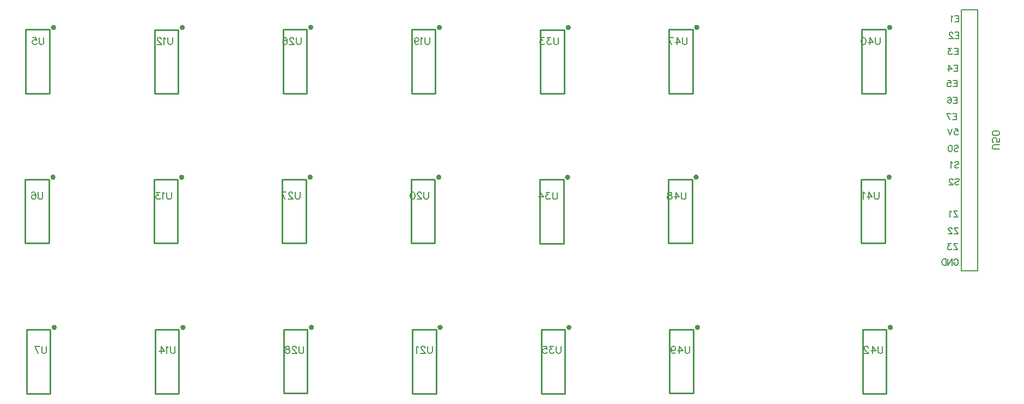
<source format=gbo>
G04 Layer: BottomSilkLayer*
G04 EasyEDA v6.4.20.6, 2021-08-02T11:14:11+02:00*
G04 e7c21c1e6ca5491a88c75d15d8fd51ee,3e5df01c9dd74657a85989452aaa4bc1,10*
G04 Gerber Generator version 0.2*
G04 Scale: 100 percent, Rotated: No, Reflected: No *
G04 Dimensions in millimeters *
G04 leading zeros omitted , absolute positions ,4 integer and 5 decimal *
%FSLAX45Y45*%
%MOMM*%

%ADD10C,0.2540*%
%ADD16C,0.1778*%
%ADD17C,0.2007*%
%ADD18C,0.4000*%
%ADD19C,0.2000*%

%LPD*%
D19*
X24433596Y-10373608D02*
G01*
X24442686Y-10364518D01*
X24456321Y-10359974D01*
X24474505Y-10359974D01*
X24488140Y-10364518D01*
X24497230Y-10373608D01*
X24497230Y-10382699D01*
X24492686Y-10391790D01*
X24488140Y-10396336D01*
X24479049Y-10400883D01*
X24451777Y-10409974D01*
X24442686Y-10414518D01*
X24438140Y-10419064D01*
X24433596Y-10428155D01*
X24433596Y-10441790D01*
X24442686Y-10450883D01*
X24456321Y-10455427D01*
X24474505Y-10455427D01*
X24488140Y-10450883D01*
X24497230Y-10441790D01*
X24376321Y-10359974D02*
G01*
X24389958Y-10364518D01*
X24399049Y-10378155D01*
X24403596Y-10400883D01*
X24403596Y-10414518D01*
X24399049Y-10437246D01*
X24389958Y-10450883D01*
X24376321Y-10455427D01*
X24367230Y-10455427D01*
X24353596Y-10450883D01*
X24344505Y-10437246D01*
X24339958Y-10414518D01*
X24339958Y-10400883D01*
X24344505Y-10378155D01*
X24353596Y-10364518D01*
X24367230Y-10359974D01*
X24376321Y-10359974D01*
X24438777Y-10628294D02*
G01*
X24447868Y-10619204D01*
X24461505Y-10614657D01*
X24479686Y-10614657D01*
X24493324Y-10619204D01*
X24502414Y-10628294D01*
X24502414Y-10637385D01*
X24497868Y-10646476D01*
X24493324Y-10651020D01*
X24484233Y-10655566D01*
X24456958Y-10664657D01*
X24447868Y-10669203D01*
X24443324Y-10673748D01*
X24438777Y-10682838D01*
X24438777Y-10696475D01*
X24447868Y-10705566D01*
X24461505Y-10710113D01*
X24479686Y-10710113D01*
X24493324Y-10705566D01*
X24502414Y-10696475D01*
X24408777Y-10632838D02*
G01*
X24399687Y-10628294D01*
X24386052Y-10614657D01*
X24386052Y-10710113D01*
X24443596Y-10893625D02*
G01*
X24452686Y-10884532D01*
X24466321Y-10879988D01*
X24484502Y-10879988D01*
X24498139Y-10884532D01*
X24507230Y-10893625D01*
X24507230Y-10902716D01*
X24502686Y-10911806D01*
X24498139Y-10916351D01*
X24489049Y-10920897D01*
X24461777Y-10929988D01*
X24452686Y-10934532D01*
X24448140Y-10939078D01*
X24443596Y-10948169D01*
X24443596Y-10961806D01*
X24452686Y-10970897D01*
X24466321Y-10975441D01*
X24484502Y-10975441D01*
X24498139Y-10970897D01*
X24507230Y-10961806D01*
X24409049Y-10902716D02*
G01*
X24409049Y-10898169D01*
X24404502Y-10889079D01*
X24399958Y-10884532D01*
X24390868Y-10879988D01*
X24372686Y-10879988D01*
X24363596Y-10884532D01*
X24359049Y-10889079D01*
X24354502Y-10898169D01*
X24354502Y-10907260D01*
X24359049Y-10916351D01*
X24368140Y-10929988D01*
X24413596Y-10975441D01*
X24349958Y-10975441D01*
X24427230Y-12152701D02*
G01*
X24431777Y-12143610D01*
X24440868Y-12134519D01*
X24449958Y-12129975D01*
X24468140Y-12129975D01*
X24477230Y-12134519D01*
X24486321Y-12143610D01*
X24490867Y-12152701D01*
X24495412Y-12166338D01*
X24495412Y-12189066D01*
X24490867Y-12202701D01*
X24486321Y-12211791D01*
X24477230Y-12220884D01*
X24468140Y-12225428D01*
X24449958Y-12225428D01*
X24440868Y-12220884D01*
X24431777Y-12211791D01*
X24427230Y-12202701D01*
X24427230Y-12189066D01*
X24449958Y-12189066D02*
G01*
X24427230Y-12189066D01*
X24397230Y-12129975D02*
G01*
X24397230Y-12225428D01*
X24397230Y-12129975D02*
G01*
X24333593Y-12225428D01*
X24333593Y-12129975D02*
G01*
X24333593Y-12225428D01*
X24303593Y-12129975D02*
G01*
X24303593Y-12225428D01*
X24303593Y-12129975D02*
G01*
X24271777Y-12129975D01*
X24258140Y-12134519D01*
X24249049Y-12143610D01*
X24244503Y-12152701D01*
X24239959Y-12166338D01*
X24239959Y-12189066D01*
X24244503Y-12202701D01*
X24249049Y-12211791D01*
X24258140Y-12220884D01*
X24271777Y-12225428D01*
X24303593Y-12225428D01*
X24441767Y-10099982D02*
G01*
X24487223Y-10099982D01*
X24491767Y-10140891D01*
X24487223Y-10136344D01*
X24473585Y-10131798D01*
X24459948Y-10131798D01*
X24446313Y-10136344D01*
X24437223Y-10145435D01*
X24432676Y-10159072D01*
X24432676Y-10168163D01*
X24437223Y-10181798D01*
X24446313Y-10190891D01*
X24459948Y-10195435D01*
X24473585Y-10195435D01*
X24487223Y-10190891D01*
X24491767Y-10186344D01*
X24496313Y-10177254D01*
X24402676Y-10099982D02*
G01*
X24366313Y-10195435D01*
X24329948Y-10099982D02*
G01*
X24366313Y-10195435D01*
X24470078Y-9864140D02*
G01*
X24470078Y-9959644D01*
X24470078Y-9864140D02*
G01*
X24410896Y-9864140D01*
X24470078Y-9909606D02*
G01*
X24433756Y-9909606D01*
X24470078Y-9959644D02*
G01*
X24410896Y-9959644D01*
X24317424Y-9864140D02*
G01*
X24362890Y-9959644D01*
X24380924Y-9864140D02*
G01*
X24317424Y-9864140D01*
X24422686Y-11379987D02*
G01*
X24486323Y-11475440D01*
X24486323Y-11379987D02*
G01*
X24422686Y-11379987D01*
X24486323Y-11475440D02*
G01*
X24422686Y-11475440D01*
X24392686Y-11398168D02*
G01*
X24383596Y-11393624D01*
X24369958Y-11379987D01*
X24369958Y-11475440D01*
X24433596Y-11639981D02*
G01*
X24497230Y-11735435D01*
X24497230Y-11639981D02*
G01*
X24433596Y-11639981D01*
X24497230Y-11735435D02*
G01*
X24433596Y-11735435D01*
X24399049Y-11662707D02*
G01*
X24399049Y-11658163D01*
X24394505Y-11649072D01*
X24389958Y-11644525D01*
X24380868Y-11639981D01*
X24362686Y-11639981D01*
X24353596Y-11644525D01*
X24349049Y-11649072D01*
X24344505Y-11658163D01*
X24344505Y-11667253D01*
X24349049Y-11676344D01*
X24358140Y-11689981D01*
X24403596Y-11735435D01*
X24339958Y-11735435D01*
X24423580Y-11889971D02*
G01*
X24487215Y-11985426D01*
X24487215Y-11889971D02*
G01*
X24423580Y-11889971D01*
X24487215Y-11985426D02*
G01*
X24423580Y-11985426D01*
X24384487Y-11889971D02*
G01*
X24334487Y-11889971D01*
X24361762Y-11926336D01*
X24348125Y-11926336D01*
X24339034Y-11930880D01*
X24334487Y-11935426D01*
X24329943Y-11949061D01*
X24329943Y-11958152D01*
X24334487Y-11971789D01*
X24343580Y-11980880D01*
X24357215Y-11985426D01*
X24370852Y-11985426D01*
X24384487Y-11980880D01*
X24389034Y-11976336D01*
X24393580Y-11967245D01*
X24478035Y-9609988D02*
G01*
X24478035Y-9705492D01*
X24478035Y-9609988D02*
G01*
X24418853Y-9609988D01*
X24478035Y-9655454D02*
G01*
X24441713Y-9655454D01*
X24478035Y-9705492D02*
G01*
X24418853Y-9705492D01*
X24334525Y-9623704D02*
G01*
X24338843Y-9614560D01*
X24352559Y-9609988D01*
X24361703Y-9609988D01*
X24375419Y-9614560D01*
X24384309Y-9628276D01*
X24388881Y-9650882D01*
X24388881Y-9673742D01*
X24384309Y-9691776D01*
X24375419Y-9700920D01*
X24361703Y-9705492D01*
X24357131Y-9705492D01*
X24343415Y-9700920D01*
X24334525Y-9691776D01*
X24329953Y-9678314D01*
X24329953Y-9673742D01*
X24334525Y-9660026D01*
X24343415Y-9650882D01*
X24357131Y-9646310D01*
X24361703Y-9646310D01*
X24375419Y-9650882D01*
X24384309Y-9660026D01*
X24388881Y-9673742D01*
X24472592Y-9349991D02*
G01*
X24472592Y-9445495D01*
X24472592Y-9349991D02*
G01*
X24413410Y-9349991D01*
X24472592Y-9395457D02*
G01*
X24436270Y-9395457D01*
X24472592Y-9445495D02*
G01*
X24413410Y-9445495D01*
X24329082Y-9349991D02*
G01*
X24374294Y-9349991D01*
X24378866Y-9390885D01*
X24374294Y-9386313D01*
X24360832Y-9381995D01*
X24347116Y-9381995D01*
X24333400Y-9386313D01*
X24324510Y-9395457D01*
X24319938Y-9409173D01*
X24319938Y-9418317D01*
X24324510Y-9431779D01*
X24333400Y-9440923D01*
X24347116Y-9445495D01*
X24360832Y-9445495D01*
X24374294Y-9440923D01*
X24378866Y-9436351D01*
X24383438Y-9427207D01*
X24487169Y-9109986D02*
G01*
X24487169Y-9205490D01*
X24487169Y-9109986D02*
G01*
X24427987Y-9109986D01*
X24487169Y-9155452D02*
G01*
X24450847Y-9155452D01*
X24487169Y-9205490D02*
G01*
X24427987Y-9205490D01*
X24352549Y-9109986D02*
G01*
X24398015Y-9173740D01*
X24329943Y-9173740D01*
X24352549Y-9109986D02*
G01*
X24352549Y-9205490D01*
X24492615Y-8849997D02*
G01*
X24492615Y-8945501D01*
X24492615Y-8849997D02*
G01*
X24433433Y-8849997D01*
X24492615Y-8895463D02*
G01*
X24456293Y-8895463D01*
X24492615Y-8945501D02*
G01*
X24433433Y-8945501D01*
X24394317Y-8849997D02*
G01*
X24344533Y-8849997D01*
X24371711Y-8886319D01*
X24357995Y-8886319D01*
X24349105Y-8890891D01*
X24344533Y-8895463D01*
X24339961Y-8909179D01*
X24339961Y-8918323D01*
X24344533Y-8931785D01*
X24353423Y-8940929D01*
X24367139Y-8945501D01*
X24380855Y-8945501D01*
X24394317Y-8940929D01*
X24398889Y-8936357D01*
X24403461Y-8927213D01*
X24502618Y-8599985D02*
G01*
X24502618Y-8695489D01*
X24502618Y-8599985D02*
G01*
X24443436Y-8599985D01*
X24502618Y-8645451D02*
G01*
X24466295Y-8645451D01*
X24502618Y-8695489D02*
G01*
X24443436Y-8695489D01*
X24408891Y-8622845D02*
G01*
X24408891Y-8618273D01*
X24404320Y-8609129D01*
X24400002Y-8604557D01*
X24390858Y-8599985D01*
X24372570Y-8599985D01*
X24363425Y-8604557D01*
X24359108Y-8609129D01*
X24354536Y-8618273D01*
X24354536Y-8627417D01*
X24359108Y-8636307D01*
X24367998Y-8650023D01*
X24413463Y-8695489D01*
X24349963Y-8695489D01*
X24501698Y-8339990D02*
G01*
X24501698Y-8435494D01*
X24501698Y-8339990D02*
G01*
X24442516Y-8339990D01*
X24501698Y-8385456D02*
G01*
X24465376Y-8385456D01*
X24501698Y-8435494D02*
G01*
X24442516Y-8435494D01*
X24412544Y-8358278D02*
G01*
X24403400Y-8353706D01*
X24389938Y-8339990D01*
X24389938Y-8435494D01*
D16*
X12280699Y-8682459D02*
G01*
X12280699Y-8760388D01*
X12275505Y-8775976D01*
X12265113Y-8786368D01*
X12249525Y-8791562D01*
X12239134Y-8791562D01*
X12223549Y-8786368D01*
X12213158Y-8775976D01*
X12207963Y-8760388D01*
X12207963Y-8682459D01*
X12173673Y-8703238D02*
G01*
X12163282Y-8698044D01*
X12147694Y-8682459D01*
X12147694Y-8791562D01*
X12108210Y-8708435D02*
G01*
X12108210Y-8703238D01*
X12103013Y-8692847D01*
X12097819Y-8687653D01*
X12087428Y-8682459D01*
X12066645Y-8682459D01*
X12056254Y-8687653D01*
X12051060Y-8692847D01*
X12045863Y-8703238D01*
X12045863Y-8713630D01*
X12051060Y-8724021D01*
X12061451Y-8739609D01*
X12113404Y-8791562D01*
X12040669Y-8791562D01*
X12264189Y-11090379D02*
G01*
X12264189Y-11168308D01*
X12258995Y-11183896D01*
X12248603Y-11194287D01*
X12233015Y-11199482D01*
X12222624Y-11199482D01*
X12207039Y-11194287D01*
X12196648Y-11183896D01*
X12191453Y-11168308D01*
X12191453Y-11090379D01*
X12157163Y-11111158D02*
G01*
X12146772Y-11105964D01*
X12131184Y-11090379D01*
X12131184Y-11199482D01*
X12086503Y-11090379D02*
G01*
X12029353Y-11090379D01*
X12060527Y-11131941D01*
X12044941Y-11131941D01*
X12034550Y-11137137D01*
X12029353Y-11142332D01*
X12024159Y-11157917D01*
X12024159Y-11168308D01*
X12029353Y-11183896D01*
X12039744Y-11194287D01*
X12055332Y-11199482D01*
X12070918Y-11199482D01*
X12086503Y-11194287D01*
X12091700Y-11189091D01*
X12096894Y-11178700D01*
X12321593Y-13489155D02*
G01*
X12321593Y-13567084D01*
X12316399Y-13582672D01*
X12306007Y-13593063D01*
X12290419Y-13598258D01*
X12280028Y-13598258D01*
X12264443Y-13593063D01*
X12254052Y-13582672D01*
X12248857Y-13567084D01*
X12248857Y-13489155D01*
X12214567Y-13509934D02*
G01*
X12204176Y-13504740D01*
X12188588Y-13489155D01*
X12188588Y-13598258D01*
X12102345Y-13489155D02*
G01*
X12154298Y-13561890D01*
X12076369Y-13561890D01*
X12102345Y-13489155D02*
G01*
X12102345Y-13598258D01*
X10280373Y-8680033D02*
G01*
X10280373Y-8757963D01*
X10275178Y-8773551D01*
X10264787Y-8783942D01*
X10249199Y-8789136D01*
X10238808Y-8789136D01*
X10223223Y-8783942D01*
X10212831Y-8773551D01*
X10207637Y-8757963D01*
X10207637Y-8680033D01*
X10111000Y-8680033D02*
G01*
X10162956Y-8680033D01*
X10168150Y-8726792D01*
X10162956Y-8721595D01*
X10147368Y-8716401D01*
X10131783Y-8716401D01*
X10116197Y-8721595D01*
X10105806Y-8731986D01*
X10100609Y-8747572D01*
X10100609Y-8757963D01*
X10105806Y-8773551D01*
X10116197Y-8783942D01*
X10131783Y-8789136D01*
X10147368Y-8789136D01*
X10162956Y-8783942D01*
X10168150Y-8778745D01*
X10173347Y-8768354D01*
X10263863Y-11087953D02*
G01*
X10263863Y-11165883D01*
X10258668Y-11181471D01*
X10248277Y-11191862D01*
X10232689Y-11197056D01*
X10222298Y-11197056D01*
X10206713Y-11191862D01*
X10196322Y-11181471D01*
X10191127Y-11165883D01*
X10191127Y-11087953D01*
X10094490Y-11103538D02*
G01*
X10099687Y-11093147D01*
X10115273Y-11087953D01*
X10125664Y-11087953D01*
X10141249Y-11093147D01*
X10151640Y-11108733D01*
X10156837Y-11134712D01*
X10156837Y-11160688D01*
X10151640Y-11181471D01*
X10141249Y-11191862D01*
X10125664Y-11197056D01*
X10120467Y-11197056D01*
X10104881Y-11191862D01*
X10094490Y-11181471D01*
X10089296Y-11165883D01*
X10089296Y-11160688D01*
X10094490Y-11145103D01*
X10104881Y-11134712D01*
X10120467Y-11129515D01*
X10125664Y-11129515D01*
X10141249Y-11134712D01*
X10151640Y-11145103D01*
X10156837Y-11160688D01*
X10321267Y-13486729D02*
G01*
X10321267Y-13564659D01*
X10316072Y-13580247D01*
X10305681Y-13590638D01*
X10290093Y-13595832D01*
X10279702Y-13595832D01*
X10264117Y-13590638D01*
X10253725Y-13580247D01*
X10248531Y-13564659D01*
X10248531Y-13486729D01*
X10141503Y-13486729D02*
G01*
X10193459Y-13595832D01*
X10214241Y-13486729D02*
G01*
X10141503Y-13486729D01*
X16278369Y-8680051D02*
G01*
X16278369Y-8757980D01*
X16273175Y-8773568D01*
X16262784Y-8783960D01*
X16247196Y-8789154D01*
X16236805Y-8789154D01*
X16221219Y-8783960D01*
X16210828Y-8773568D01*
X16205634Y-8757980D01*
X16205634Y-8680051D01*
X16171344Y-8700830D02*
G01*
X16160953Y-8695636D01*
X16145365Y-8680051D01*
X16145365Y-8789154D01*
X16043534Y-8716418D02*
G01*
X16048730Y-8732004D01*
X16059122Y-8742395D01*
X16074707Y-8747589D01*
X16079904Y-8747589D01*
X16095489Y-8742395D01*
X16105880Y-8732004D01*
X16111075Y-8716418D01*
X16111075Y-8711222D01*
X16105880Y-8695636D01*
X16095489Y-8685245D01*
X16079904Y-8680051D01*
X16074707Y-8680051D01*
X16059122Y-8685245D01*
X16048730Y-8695636D01*
X16043534Y-8716418D01*
X16043534Y-8742395D01*
X16048730Y-8768372D01*
X16059122Y-8783960D01*
X16074707Y-8789154D01*
X16085098Y-8789154D01*
X16100684Y-8783960D01*
X16105880Y-8773568D01*
X16261859Y-11087971D02*
G01*
X16261859Y-11165900D01*
X16256665Y-11181488D01*
X16246274Y-11191880D01*
X16230686Y-11197074D01*
X16220295Y-11197074D01*
X16204709Y-11191880D01*
X16194318Y-11181488D01*
X16189124Y-11165900D01*
X16189124Y-11087971D01*
X16149637Y-11113947D02*
G01*
X16149637Y-11108750D01*
X16144443Y-11098359D01*
X16139246Y-11093165D01*
X16128855Y-11087971D01*
X16108075Y-11087971D01*
X16097684Y-11093165D01*
X16092487Y-11098359D01*
X16087293Y-11108750D01*
X16087293Y-11119142D01*
X16092487Y-11129533D01*
X16102878Y-11145121D01*
X16154834Y-11197074D01*
X16082096Y-11197074D01*
X16016635Y-11087971D02*
G01*
X16032220Y-11093165D01*
X16042612Y-11108750D01*
X16047806Y-11134730D01*
X16047806Y-11150315D01*
X16042612Y-11176292D01*
X16032220Y-11191880D01*
X16016635Y-11197074D01*
X16006244Y-11197074D01*
X15990656Y-11191880D01*
X15980265Y-11176292D01*
X15975070Y-11150315D01*
X15975070Y-11134730D01*
X15980265Y-11108750D01*
X15990656Y-11093165D01*
X16006244Y-11087971D01*
X16016635Y-11087971D01*
X16319263Y-13486747D02*
G01*
X16319263Y-13564676D01*
X16314069Y-13580264D01*
X16303678Y-13590656D01*
X16288090Y-13595850D01*
X16277699Y-13595850D01*
X16262113Y-13590656D01*
X16251722Y-13580264D01*
X16246528Y-13564676D01*
X16246528Y-13486747D01*
X16207041Y-13512723D02*
G01*
X16207041Y-13507526D01*
X16201847Y-13497135D01*
X16196650Y-13491941D01*
X16186259Y-13486747D01*
X16165479Y-13486747D01*
X16155088Y-13491941D01*
X16149891Y-13497135D01*
X16144697Y-13507526D01*
X16144697Y-13517918D01*
X16149891Y-13528309D01*
X16160282Y-13543897D01*
X16212238Y-13595850D01*
X16139500Y-13595850D01*
X16105210Y-13507526D02*
G01*
X16094819Y-13502332D01*
X16079233Y-13486747D01*
X16079233Y-13595850D01*
X14278373Y-8680051D02*
G01*
X14278373Y-8757980D01*
X14273179Y-8773568D01*
X14262788Y-8783960D01*
X14247200Y-8789154D01*
X14236809Y-8789154D01*
X14221223Y-8783960D01*
X14210832Y-8773568D01*
X14205638Y-8757980D01*
X14205638Y-8680051D01*
X14166151Y-8706027D02*
G01*
X14166151Y-8700830D01*
X14160957Y-8690439D01*
X14155760Y-8685245D01*
X14145369Y-8680051D01*
X14124589Y-8680051D01*
X14114198Y-8685245D01*
X14109001Y-8690439D01*
X14103807Y-8700830D01*
X14103807Y-8711222D01*
X14109001Y-8721613D01*
X14119392Y-8737201D01*
X14171348Y-8789154D01*
X14098610Y-8789154D01*
X14001976Y-8695636D02*
G01*
X14007170Y-8685245D01*
X14022758Y-8680051D01*
X14033149Y-8680051D01*
X14048734Y-8685245D01*
X14059126Y-8700830D01*
X14064320Y-8726810D01*
X14064320Y-8752786D01*
X14059126Y-8773568D01*
X14048734Y-8783960D01*
X14033149Y-8789154D01*
X14027952Y-8789154D01*
X14012367Y-8783960D01*
X14001976Y-8773568D01*
X13996779Y-8757980D01*
X13996779Y-8752786D01*
X14001976Y-8737201D01*
X14012367Y-8726810D01*
X14027952Y-8721613D01*
X14033149Y-8721613D01*
X14048734Y-8726810D01*
X14059126Y-8737201D01*
X14064320Y-8752786D01*
X14261863Y-11087971D02*
G01*
X14261863Y-11165900D01*
X14256669Y-11181488D01*
X14246278Y-11191880D01*
X14230690Y-11197074D01*
X14220299Y-11197074D01*
X14204713Y-11191880D01*
X14194322Y-11181488D01*
X14189128Y-11165900D01*
X14189128Y-11087971D01*
X14149641Y-11113947D02*
G01*
X14149641Y-11108750D01*
X14144447Y-11098359D01*
X14139250Y-11093165D01*
X14128859Y-11087971D01*
X14108079Y-11087971D01*
X14097688Y-11093165D01*
X14092491Y-11098359D01*
X14087297Y-11108750D01*
X14087297Y-11119142D01*
X14092491Y-11129533D01*
X14102882Y-11145121D01*
X14154838Y-11197074D01*
X14082100Y-11197074D01*
X13975074Y-11087971D02*
G01*
X14027028Y-11197074D01*
X14047810Y-11087971D02*
G01*
X13975074Y-11087971D01*
X14319267Y-13486747D02*
G01*
X14319267Y-13564676D01*
X14314073Y-13580264D01*
X14303682Y-13590656D01*
X14288094Y-13595850D01*
X14277703Y-13595850D01*
X14262117Y-13590656D01*
X14251726Y-13580264D01*
X14246532Y-13564676D01*
X14246532Y-13486747D01*
X14207045Y-13512723D02*
G01*
X14207045Y-13507526D01*
X14201851Y-13497135D01*
X14196654Y-13491941D01*
X14186263Y-13486747D01*
X14165483Y-13486747D01*
X14155092Y-13491941D01*
X14149895Y-13497135D01*
X14144701Y-13507526D01*
X14144701Y-13517918D01*
X14149895Y-13528309D01*
X14160286Y-13543897D01*
X14212242Y-13595850D01*
X14139504Y-13595850D01*
X14079237Y-13486747D02*
G01*
X14094823Y-13491941D01*
X14100020Y-13502332D01*
X14100020Y-13512723D01*
X14094823Y-13523114D01*
X14084432Y-13528309D01*
X14063652Y-13533506D01*
X14048064Y-13538700D01*
X14037673Y-13549091D01*
X14032478Y-13559482D01*
X14032478Y-13575068D01*
X14037673Y-13585459D01*
X14042870Y-13590656D01*
X14058455Y-13595850D01*
X14079237Y-13595850D01*
X14094823Y-13590656D01*
X14100020Y-13585459D01*
X14105214Y-13575068D01*
X14105214Y-13559482D01*
X14100020Y-13549091D01*
X14089628Y-13538700D01*
X14074043Y-13533506D01*
X14053261Y-13528309D01*
X14042870Y-13523114D01*
X14037673Y-13512723D01*
X14037673Y-13502332D01*
X14042870Y-13491941D01*
X14058455Y-13486747D01*
X14079237Y-13486747D01*
X18280222Y-8681669D02*
G01*
X18280222Y-8759598D01*
X18275028Y-8775186D01*
X18264637Y-8785578D01*
X18249049Y-8790772D01*
X18238657Y-8790772D01*
X18223072Y-8785578D01*
X18212681Y-8775186D01*
X18207487Y-8759598D01*
X18207487Y-8681669D01*
X18162805Y-8681669D02*
G01*
X18105655Y-8681669D01*
X18136826Y-8723231D01*
X18121241Y-8723231D01*
X18110850Y-8728428D01*
X18105655Y-8733622D01*
X18100459Y-8749207D01*
X18100459Y-8759598D01*
X18105655Y-8775186D01*
X18116047Y-8785578D01*
X18131632Y-8790772D01*
X18147217Y-8790772D01*
X18162805Y-8785578D01*
X18168000Y-8780381D01*
X18173197Y-8769990D01*
X18055777Y-8681669D02*
G01*
X17998627Y-8681669D01*
X18029801Y-8723231D01*
X18014215Y-8723231D01*
X18003824Y-8728428D01*
X17998627Y-8733622D01*
X17993433Y-8749207D01*
X17993433Y-8759598D01*
X17998627Y-8775186D01*
X18009019Y-8785578D01*
X18024607Y-8790772D01*
X18040192Y-8790772D01*
X18055777Y-8785578D01*
X18060974Y-8780381D01*
X18066169Y-8769990D01*
X18263712Y-11089589D02*
G01*
X18263712Y-11167518D01*
X18258518Y-11183106D01*
X18248127Y-11193498D01*
X18232539Y-11198692D01*
X18222147Y-11198692D01*
X18206562Y-11193498D01*
X18196171Y-11183106D01*
X18190977Y-11167518D01*
X18190977Y-11089589D01*
X18146295Y-11089589D02*
G01*
X18089145Y-11089589D01*
X18120316Y-11131151D01*
X18104731Y-11131151D01*
X18094340Y-11136348D01*
X18089145Y-11141542D01*
X18083949Y-11157127D01*
X18083949Y-11167518D01*
X18089145Y-11183106D01*
X18099537Y-11193498D01*
X18115122Y-11198692D01*
X18130707Y-11198692D01*
X18146295Y-11193498D01*
X18151490Y-11188301D01*
X18156687Y-11177910D01*
X17997705Y-11089589D02*
G01*
X18049659Y-11162324D01*
X17971726Y-11162324D01*
X17997705Y-11089589D02*
G01*
X17997705Y-11198692D01*
X18321116Y-13488365D02*
G01*
X18321116Y-13566294D01*
X18315922Y-13581882D01*
X18305531Y-13592274D01*
X18289943Y-13597468D01*
X18279551Y-13597468D01*
X18263966Y-13592274D01*
X18253575Y-13581882D01*
X18248381Y-13566294D01*
X18248381Y-13488365D01*
X18203699Y-13488365D02*
G01*
X18146549Y-13488365D01*
X18177720Y-13529927D01*
X18162135Y-13529927D01*
X18151744Y-13535124D01*
X18146549Y-13540318D01*
X18141353Y-13555903D01*
X18141353Y-13566294D01*
X18146549Y-13581882D01*
X18156941Y-13592274D01*
X18172526Y-13597468D01*
X18188111Y-13597468D01*
X18203699Y-13592274D01*
X18208894Y-13587077D01*
X18214091Y-13576686D01*
X18044718Y-13488365D02*
G01*
X18096671Y-13488365D01*
X18101868Y-13535124D01*
X18096671Y-13529927D01*
X18081086Y-13524732D01*
X18065501Y-13524732D01*
X18049913Y-13529927D01*
X18039521Y-13540318D01*
X18034327Y-13555903D01*
X18034327Y-13566294D01*
X18039521Y-13581882D01*
X18049913Y-13592274D01*
X18065501Y-13597468D01*
X18081086Y-13597468D01*
X18096671Y-13592274D01*
X18101868Y-13587077D01*
X18107063Y-13576686D01*
X23279221Y-8681338D02*
G01*
X23279221Y-8759268D01*
X23274027Y-8774856D01*
X23263636Y-8785247D01*
X23248048Y-8790442D01*
X23237657Y-8790442D01*
X23222071Y-8785247D01*
X23211680Y-8774856D01*
X23206486Y-8759268D01*
X23206486Y-8681338D01*
X23120240Y-8681338D02*
G01*
X23172196Y-8754074D01*
X23094264Y-8754074D01*
X23120240Y-8681338D02*
G01*
X23120240Y-8790442D01*
X23028800Y-8681338D02*
G01*
X23044386Y-8686533D01*
X23054777Y-8702118D01*
X23059974Y-8728097D01*
X23059974Y-8743683D01*
X23054777Y-8769659D01*
X23044386Y-8785247D01*
X23028800Y-8790442D01*
X23018409Y-8790442D01*
X23002824Y-8785247D01*
X22992433Y-8769659D01*
X22987236Y-8743683D01*
X22987236Y-8728097D01*
X22992433Y-8702118D01*
X23002824Y-8686533D01*
X23018409Y-8681338D01*
X23028800Y-8681338D01*
X23262711Y-11089259D02*
G01*
X23262711Y-11167188D01*
X23257517Y-11182776D01*
X23247126Y-11193167D01*
X23231538Y-11198362D01*
X23221147Y-11198362D01*
X23205561Y-11193167D01*
X23195170Y-11182776D01*
X23189976Y-11167188D01*
X23189976Y-11089259D01*
X23103730Y-11089259D02*
G01*
X23155686Y-11161994D01*
X23077754Y-11161994D01*
X23103730Y-11089259D02*
G01*
X23103730Y-11198362D01*
X23043464Y-11110038D02*
G01*
X23033073Y-11104844D01*
X23017487Y-11089259D01*
X23017487Y-11198362D01*
X23320115Y-13488035D02*
G01*
X23320115Y-13565964D01*
X23314921Y-13581552D01*
X23304530Y-13591943D01*
X23288942Y-13597138D01*
X23278551Y-13597138D01*
X23262965Y-13591943D01*
X23252574Y-13581552D01*
X23247380Y-13565964D01*
X23247380Y-13488035D01*
X23161134Y-13488035D02*
G01*
X23213090Y-13560770D01*
X23135158Y-13560770D01*
X23161134Y-13488035D02*
G01*
X23161134Y-13597138D01*
X23095671Y-13514011D02*
G01*
X23095671Y-13508814D01*
X23090477Y-13498423D01*
X23085280Y-13493229D01*
X23074891Y-13488035D01*
X23054109Y-13488035D01*
X23043718Y-13493229D01*
X23038521Y-13498423D01*
X23033327Y-13508814D01*
X23033327Y-13519205D01*
X23038521Y-13529597D01*
X23048912Y-13545185D01*
X23100868Y-13597138D01*
X23028130Y-13597138D01*
X20280218Y-8681669D02*
G01*
X20280218Y-8759598D01*
X20275024Y-8775186D01*
X20264633Y-8785578D01*
X20249045Y-8790772D01*
X20238653Y-8790772D01*
X20223068Y-8785578D01*
X20212677Y-8775186D01*
X20207483Y-8759598D01*
X20207483Y-8681669D01*
X20121237Y-8681669D02*
G01*
X20173193Y-8754404D01*
X20095260Y-8754404D01*
X20121237Y-8681669D02*
G01*
X20121237Y-8790772D01*
X19988232Y-8681669D02*
G01*
X20040188Y-8790772D01*
X20060970Y-8681669D02*
G01*
X19988232Y-8681669D01*
X20263708Y-11089589D02*
G01*
X20263708Y-11167518D01*
X20258514Y-11183106D01*
X20248123Y-11193498D01*
X20232535Y-11198692D01*
X20222143Y-11198692D01*
X20206558Y-11193498D01*
X20196167Y-11183106D01*
X20190973Y-11167518D01*
X20190973Y-11089589D01*
X20104727Y-11089589D02*
G01*
X20156683Y-11162324D01*
X20078750Y-11162324D01*
X20104727Y-11089589D02*
G01*
X20104727Y-11198692D01*
X20018484Y-11089589D02*
G01*
X20034069Y-11094783D01*
X20039263Y-11105174D01*
X20039263Y-11115565D01*
X20034069Y-11125956D01*
X20023678Y-11131151D01*
X20002896Y-11136348D01*
X19987310Y-11141542D01*
X19976919Y-11151933D01*
X19971722Y-11162324D01*
X19971722Y-11177910D01*
X19976919Y-11188301D01*
X19982113Y-11193498D01*
X19997701Y-11198692D01*
X20018484Y-11198692D01*
X20034069Y-11193498D01*
X20039263Y-11188301D01*
X20044460Y-11177910D01*
X20044460Y-11162324D01*
X20039263Y-11151933D01*
X20028872Y-11141542D01*
X20013287Y-11136348D01*
X19992505Y-11131151D01*
X19982113Y-11125956D01*
X19976919Y-11115565D01*
X19976919Y-11105174D01*
X19982113Y-11094783D01*
X19997701Y-11089589D01*
X20018484Y-11089589D01*
X20321112Y-13488365D02*
G01*
X20321112Y-13566294D01*
X20315918Y-13581882D01*
X20305527Y-13592274D01*
X20289939Y-13597468D01*
X20279547Y-13597468D01*
X20263962Y-13592274D01*
X20253571Y-13581882D01*
X20248377Y-13566294D01*
X20248377Y-13488365D01*
X20162131Y-13488365D02*
G01*
X20214087Y-13561100D01*
X20136154Y-13561100D01*
X20162131Y-13488365D02*
G01*
X20162131Y-13597468D01*
X20034323Y-13524732D02*
G01*
X20039517Y-13540318D01*
X20049909Y-13550709D01*
X20065497Y-13555903D01*
X20070691Y-13555903D01*
X20086276Y-13550709D01*
X20096667Y-13540318D01*
X20101864Y-13524732D01*
X20101864Y-13519536D01*
X20096667Y-13503950D01*
X20086276Y-13493559D01*
X20070691Y-13488365D01*
X20065497Y-13488365D01*
X20049909Y-13493559D01*
X20039517Y-13503950D01*
X20034323Y-13524732D01*
X20034323Y-13550709D01*
X20039517Y-13576686D01*
X20049909Y-13592274D01*
X20065497Y-13597468D01*
X20075888Y-13597468D01*
X20091473Y-13592274D01*
X20096667Y-13581882D01*
X25132741Y-10420487D02*
G01*
X25055017Y-10420487D01*
X25039269Y-10415407D01*
X25028855Y-10404993D01*
X25023775Y-10389245D01*
X25023775Y-10378831D01*
X25028855Y-10363337D01*
X25039269Y-10352923D01*
X25055017Y-10347843D01*
X25132741Y-10347843D01*
X25132741Y-10251069D02*
G01*
X25132741Y-10303139D01*
X25086005Y-10308219D01*
X25091339Y-10303139D01*
X25096419Y-10287391D01*
X25096419Y-10271897D01*
X25091339Y-10256403D01*
X25080925Y-10245989D01*
X25065431Y-10240655D01*
X25055017Y-10240655D01*
X25039269Y-10245989D01*
X25028855Y-10256403D01*
X25023775Y-10271897D01*
X25023775Y-10287391D01*
X25028855Y-10303139D01*
X25034189Y-10308219D01*
X25044603Y-10313553D01*
X25132741Y-10175377D02*
G01*
X25127661Y-10190871D01*
X25112167Y-10201285D01*
X25086005Y-10206365D01*
X25070511Y-10206365D01*
X25044603Y-10201285D01*
X25028855Y-10190871D01*
X25023775Y-10175377D01*
X25023775Y-10164963D01*
X25028855Y-10149215D01*
X25044603Y-10138801D01*
X25070511Y-10133721D01*
X25086005Y-10133721D01*
X25112167Y-10138801D01*
X25127661Y-10149215D01*
X25132741Y-10164963D01*
X25132741Y-10175377D01*
D10*
X12044552Y-8558403D02*
G01*
X12369977Y-8558403D01*
X12369977Y-9553422D01*
X12001677Y-9553422D01*
X12001677Y-8558403D01*
X12044552Y-8558403D01*
X12035256Y-10890046D02*
G01*
X12360681Y-10890046D01*
X12360681Y-11885066D01*
X11992381Y-11885066D01*
X11992381Y-10890046D01*
X12035256Y-10890046D01*
X12055398Y-13229285D02*
G01*
X12380823Y-13229285D01*
X12380823Y-14224304D01*
X12012523Y-14224304D01*
X12012523Y-13229285D01*
X12055398Y-13229285D01*
X10044277Y-8557082D02*
G01*
X10369702Y-8557082D01*
X10369702Y-9552101D01*
X10001402Y-9552101D01*
X10001402Y-8557082D01*
X10044277Y-8557082D01*
X10034981Y-10888726D02*
G01*
X10360406Y-10888726D01*
X10360406Y-11883745D01*
X9992106Y-11883745D01*
X9992106Y-10888726D01*
X10034981Y-10888726D01*
X10055123Y-13227964D02*
G01*
X10380548Y-13227964D01*
X10380548Y-14222984D01*
X10012248Y-14222984D01*
X10012248Y-13227964D01*
X10055123Y-13227964D01*
X16042284Y-8557082D02*
G01*
X16367709Y-8557082D01*
X16367709Y-9552101D01*
X15999409Y-9552101D01*
X15999409Y-8557082D01*
X16042284Y-8557082D01*
X16032988Y-10888726D02*
G01*
X16358412Y-10888726D01*
X16358412Y-11883770D01*
X15990112Y-11883770D01*
X15990112Y-10888726D01*
X16032988Y-10888726D01*
X16053130Y-13227964D02*
G01*
X16378554Y-13227964D01*
X16378554Y-14222984D01*
X16010254Y-14222984D01*
X16010254Y-13227964D01*
X16053130Y-13227964D01*
X14042009Y-8555786D02*
G01*
X14367433Y-8555786D01*
X14367433Y-9550780D01*
X13999133Y-9550780D01*
X13999133Y-8555786D01*
X14042009Y-8555786D01*
X14032712Y-10887405D02*
G01*
X14358137Y-10887405D01*
X14358137Y-11882450D01*
X13989837Y-11882450D01*
X13989837Y-10887405D01*
X14032712Y-10887405D01*
X14052854Y-13226669D02*
G01*
X14378279Y-13226669D01*
X14378279Y-14221663D01*
X14009979Y-14221663D01*
X14009979Y-13226669D01*
X14052854Y-13226669D01*
X18044134Y-8558707D02*
G01*
X18369559Y-8558707D01*
X18369559Y-9553727D01*
X18001259Y-9553727D01*
X18001259Y-8558707D01*
X18044134Y-8558707D01*
X18034838Y-10890351D02*
G01*
X18360263Y-10890351D01*
X18360263Y-11885371D01*
X17991963Y-11885371D01*
X17991963Y-10890351D01*
X18034838Y-10890351D01*
X18054980Y-13229589D02*
G01*
X18380405Y-13229589D01*
X18380405Y-14224609D01*
X18012105Y-14224609D01*
X18012105Y-13229589D01*
X18054980Y-13229589D01*
X23040873Y-8557082D02*
G01*
X23366298Y-8557082D01*
X23366298Y-9552101D01*
X22997998Y-9552101D01*
X22997998Y-8557082D01*
X23040873Y-8557082D01*
X23031551Y-10888726D02*
G01*
X23356976Y-10888726D01*
X23356976Y-11883745D01*
X22988676Y-11883745D01*
X22988676Y-10888726D01*
X23031551Y-10888726D01*
X23051693Y-13227964D02*
G01*
X23377118Y-13227964D01*
X23377118Y-14222984D01*
X23008818Y-14222984D01*
X23008818Y-13227964D01*
X23051693Y-13227964D01*
X20041590Y-8556091D02*
G01*
X20367015Y-8556091D01*
X20367015Y-9551111D01*
X19998715Y-9551111D01*
X19998715Y-8556091D01*
X20041590Y-8556091D01*
X20032294Y-10887735D02*
G01*
X20357718Y-10887735D01*
X20357718Y-11882754D01*
X19989418Y-11882754D01*
X19989418Y-10887735D01*
X20032294Y-10887735D01*
X20052436Y-13226973D02*
G01*
X20377861Y-13226973D01*
X20377861Y-14221993D01*
X20009561Y-14221993D01*
X20009561Y-13226973D01*
X20052436Y-13226973D01*
D17*
X24543054Y-12317120D02*
G01*
X24543054Y-8253120D01*
X24543054Y-12317120D02*
G01*
X24797054Y-12317120D01*
X24797054Y-12317120D02*
G01*
X24797054Y-12126620D01*
X24797054Y-12126620D02*
G01*
X24797054Y-8253120D01*
X24543054Y-8253120D02*
G01*
X24797054Y-8253120D01*
D18*
G75*
G01*
X12413160Y-8525043D02*
G02*
X12413160Y-8525297I20000J-127D01*
G75*
G01*
X12403864Y-10856686D02*
G02*
X12403864Y-10856940I19999J-127D01*
G75*
G01*
X12424006Y-13195925D02*
G02*
X12424006Y-13196179I20000J-127D01*
G75*
G01*
X10412887Y-8523724D02*
G02*
X10412887Y-8523978I20000J-127D01*
G75*
G01*
X10403591Y-10855368D02*
G02*
X10403591Y-10855622I20000J-127D01*
G75*
G01*
X10423733Y-13194607D02*
G02*
X10423733Y-13194861I20000J-127D01*
G75*
G01*
X16410884Y-8523742D02*
G02*
X16410884Y-8523996I20000J-127D01*
G75*
G01*
X16401588Y-10855386D02*
G02*
X16401588Y-10855640I19999J-127D01*
G75*
G01*
X16421730Y-13194624D02*
G02*
X16421730Y-13194878I19999J-127D01*
G75*
G01*
X14410611Y-8522424D02*
G02*
X14410611Y-8522678I20000J-127D01*
G75*
G01*
X14401315Y-10854068D02*
G02*
X14401315Y-10854322I19999J-127D01*
G75*
G01*
X14421457Y-13193306D02*
G02*
X14421457Y-13193560I20000J-127D01*
G75*
G01*
X18412737Y-8525360D02*
G02*
X18412737Y-8525614I19999J-127D01*
G75*
G01*
X18403440Y-10857004D02*
G02*
X18403440Y-10857258I20000J-127D01*
G75*
G01*
X18423583Y-13196242D02*
G02*
X18423583Y-13196496I19999J-127D01*
G75*
G01*
X23409468Y-8523729D02*
G02*
X23409468Y-8523983I20000J-127D01*
G75*
G01*
X23400172Y-10855373D02*
G02*
X23400172Y-10855627I19999J-127D01*
G75*
G01*
X23420314Y-13194612D02*
G02*
X23420314Y-13194866I19999J-127D01*
G75*
G01*
X20410188Y-8522741D02*
G02*
X20410188Y-8522995I19999J-127D01*
G75*
G01*
X20400891Y-10854385D02*
G02*
X20400891Y-10854639I20000J-127D01*
G75*
G01*
X20421034Y-13193624D02*
G02*
X20421034Y-13193878I19999J-127D01*
M02*

</source>
